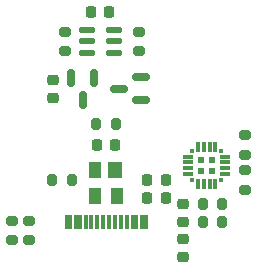
<source format=gbr>
%TF.GenerationSoftware,KiCad,Pcbnew,(6.0.0-0)*%
%TF.CreationDate,2022-01-05T16:19:23+01:00*%
%TF.ProjectId,IEC-62056-21-Optical-Probe,4945432d-3632-4303-9536-2d32312d4f70,1*%
%TF.SameCoordinates,Original*%
%TF.FileFunction,Paste,Top*%
%TF.FilePolarity,Positive*%
%FSLAX46Y46*%
G04 Gerber Fmt 4.6, Leading zero omitted, Abs format (unit mm)*
G04 Created by KiCad (PCBNEW (6.0.0-0)) date 2022-01-05 16:19:23*
%MOMM*%
%LPD*%
G01*
G04 APERTURE LIST*
G04 Aperture macros list*
%AMRoundRect*
0 Rectangle with rounded corners*
0 $1 Rounding radius*
0 $2 $3 $4 $5 $6 $7 $8 $9 X,Y pos of 4 corners*
0 Add a 4 corners polygon primitive as box body*
4,1,4,$2,$3,$4,$5,$6,$7,$8,$9,$2,$3,0*
0 Add four circle primitives for the rounded corners*
1,1,$1+$1,$2,$3*
1,1,$1+$1,$4,$5*
1,1,$1+$1,$6,$7*
1,1,$1+$1,$8,$9*
0 Add four rect primitives between the rounded corners*
20,1,$1+$1,$2,$3,$4,$5,0*
20,1,$1+$1,$4,$5,$6,$7,0*
20,1,$1+$1,$6,$7,$8,$9,0*
20,1,$1+$1,$8,$9,$2,$3,0*%
G04 Aperture macros list end*
%ADD10RoundRect,0.225000X-0.225000X-0.250000X0.225000X-0.250000X0.225000X0.250000X-0.225000X0.250000X0*%
%ADD11RoundRect,0.200000X0.275000X-0.200000X0.275000X0.200000X-0.275000X0.200000X-0.275000X-0.200000X0*%
%ADD12R,0.540000X0.540000*%
%ADD13R,0.300000X0.900000*%
%ADD14R,0.300000X0.300000*%
%ADD15R,0.900000X0.300000*%
%ADD16R,0.300000X1.150000*%
%ADD17RoundRect,0.225000X0.250000X-0.225000X0.250000X0.225000X-0.250000X0.225000X-0.250000X-0.225000X0*%
%ADD18RoundRect,0.200000X-0.200000X-0.275000X0.200000X-0.275000X0.200000X0.275000X-0.200000X0.275000X0*%
%ADD19RoundRect,0.200000X0.200000X0.275000X-0.200000X0.275000X-0.200000X-0.275000X0.200000X-0.275000X0*%
%ADD20RoundRect,0.225000X0.225000X0.250000X-0.225000X0.250000X-0.225000X-0.250000X0.225000X-0.250000X0*%
%ADD21RoundRect,0.150000X-0.150000X0.587500X-0.150000X-0.587500X0.150000X-0.587500X0.150000X0.587500X0*%
%ADD22RoundRect,0.125000X0.587500X0.125000X-0.587500X0.125000X-0.587500X-0.125000X0.587500X-0.125000X0*%
%ADD23RoundRect,0.225000X-0.250000X0.225000X-0.250000X-0.225000X0.250000X-0.225000X0.250000X0.225000X0*%
%ADD24RoundRect,0.150000X0.587500X0.150000X-0.587500X0.150000X-0.587500X-0.150000X0.587500X-0.150000X0*%
%ADD25RoundRect,0.200000X-0.275000X0.200000X-0.275000X-0.200000X0.275000X-0.200000X0.275000X0.200000X0*%
%ADD26R,1.200000X1.400000*%
%ADD27R,1.000000X1.400000*%
G04 APERTURE END LIST*
D10*
%TO.C,C7*%
X153475000Y-104750000D03*
X155025000Y-104750000D03*
%TD*%
D11*
%TO.C,R7*%
X161750000Y-104075000D03*
X161750000Y-102425000D03*
%TD*%
D12*
%TO.C,U2*%
X158950000Y-102450000D03*
X158950000Y-101550000D03*
X158050000Y-102450000D03*
X158050000Y-101550000D03*
D13*
X157750000Y-100450000D03*
X158250000Y-100450000D03*
X158750000Y-100450000D03*
X159250000Y-100450000D03*
D14*
X159750000Y-100750000D03*
D15*
X160050000Y-101250000D03*
X160050000Y-101750000D03*
X160050000Y-102250000D03*
X160050000Y-102750000D03*
D14*
X159750000Y-103250000D03*
D13*
X159250000Y-103550000D03*
X158750000Y-103550000D03*
X158250000Y-103550000D03*
X157750000Y-103550000D03*
D14*
X157250000Y-103250000D03*
D15*
X156950000Y-102750000D03*
X156950000Y-102250000D03*
X156950000Y-101750000D03*
X156950000Y-101250000D03*
D14*
X157250000Y-100750000D03*
%TD*%
D16*
%TO.C,J1*%
X153050000Y-106830000D03*
X152250000Y-106830000D03*
X151750000Y-106830000D03*
X151250000Y-106830000D03*
X150750000Y-106830000D03*
X150250000Y-106830000D03*
X149750000Y-106830000D03*
X149250000Y-106830000D03*
X148750000Y-106830000D03*
X148250000Y-106830000D03*
X147450000Y-106830000D03*
X146650000Y-106830000D03*
X146950000Y-106830000D03*
X147750000Y-106830000D03*
X152550000Y-106830000D03*
X153350000Y-106830000D03*
%TD*%
D17*
%TO.C,C4*%
X156500000Y-109775000D03*
X156500000Y-108225000D03*
%TD*%
D18*
%TO.C,R5*%
X159825000Y-105250000D03*
X158175000Y-105250000D03*
%TD*%
D19*
%TO.C,R13*%
X147075000Y-103250000D03*
X145425000Y-103250000D03*
%TD*%
D20*
%TO.C,C6*%
X150275000Y-89000000D03*
X148725000Y-89000000D03*
%TD*%
D21*
%TO.C,Q2*%
X148950000Y-94562500D03*
X147050000Y-94562500D03*
X148000000Y-96437500D03*
%TD*%
D17*
%TO.C,C2*%
X145500000Y-96275000D03*
X145500000Y-94725000D03*
%TD*%
D22*
%TO.C,U3*%
X150637500Y-92450000D03*
X150637500Y-91500000D03*
X150637500Y-90550000D03*
X148362500Y-90550000D03*
X148362500Y-91500000D03*
X148362500Y-92450000D03*
%TD*%
D23*
%TO.C,C3*%
X156500000Y-105225000D03*
X156500000Y-106775000D03*
%TD*%
D10*
%TO.C,C5*%
X153475000Y-103250000D03*
X155025000Y-103250000D03*
%TD*%
D24*
%TO.C,Q4*%
X152937500Y-96450000D03*
X152937500Y-94550000D03*
X151062500Y-95500000D03*
%TD*%
D25*
%TO.C,R2*%
X143500000Y-106675000D03*
X143500000Y-108325000D03*
%TD*%
D11*
%TO.C,R1*%
X142000000Y-108325000D03*
X142000000Y-106675000D03*
%TD*%
D19*
%TO.C,R15*%
X150825000Y-98500000D03*
X149175000Y-98500000D03*
%TD*%
D25*
%TO.C,R12*%
X161750000Y-99425000D03*
X161750000Y-101075000D03*
%TD*%
D10*
%TO.C,C1*%
X149225000Y-100250000D03*
X150775000Y-100250000D03*
%TD*%
D19*
%TO.C,R4*%
X159825000Y-106750000D03*
X158175000Y-106750000D03*
%TD*%
D11*
%TO.C,R14*%
X146500000Y-92325000D03*
X146500000Y-90675000D03*
%TD*%
D25*
%TO.C,R16*%
X152750000Y-90675000D03*
X152750000Y-92325000D03*
%TD*%
D26*
%TO.C,D1*%
X150770000Y-102400000D03*
D27*
X149050000Y-102400000D03*
X149050000Y-104600000D03*
X150950000Y-104600000D03*
%TD*%
M02*

</source>
